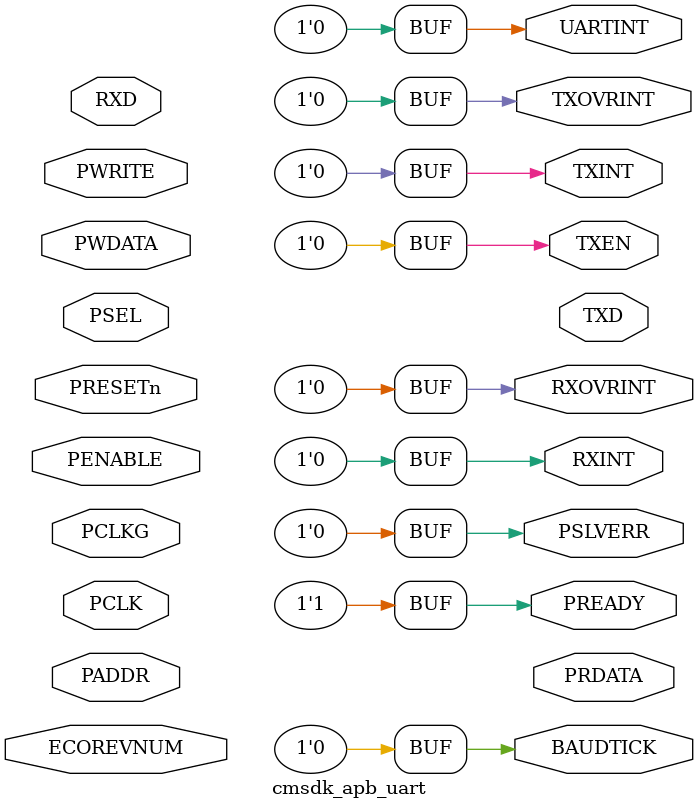
<source format=v>

module cmsdk_apb_uart (
// --------------------------------------------------------------------------
// Port Definitions
// --------------------------------------------------------------------------
  input  wire        PCLK,     // Clock
  input  wire        PCLKG,    // Gated Clock
  input  wire        PRESETn,  // Reset

  input  wire        PSEL,     // Device select
  input  wire [11:2] PADDR,    // Address
  input  wire        PENABLE,  // Transfer control
  input  wire        PWRITE,   // Write control
  input  wire [31:0] PWDATA,   // Write data

  input  wire [3:0]  ECOREVNUM,// Engineering-change-order revision bits

  output wire [31:0] PRDATA,   // Read data
  output wire        PREADY,   // Device ready
  output wire        PSLVERR,  // Device error response

  input  wire        RXD,      // Serial input
  output wire        TXD,      // Transmit data output
  output wire        TXEN,     // Transmit enabled
  output wire        BAUDTICK, // Baud rate (x16) Tick

  output wire        TXINT,    // Transmit Interrupt
  output wire        RXINT,    // Receive Interrupt
  output wire        TXOVRINT, // Transmit overrun Interrupt
  output wire        RXOVRINT, // Receive overrun Interrupt
  output wire        UARTINT); // Combined interrupt

  //Remove This Code
  assign PREADY = 1'b1;
  assign PSLVERR = 1'b0;
  assign TXEN = 1'b0;
  assign BAUDTICK = 1'b0;
  assign TXINT = 1'b0;
  assign RXINT = 1'b0;
  assign TXOVRINT = 1'b0;
  assign RXOVRINT = 1'b0;
  assign UARTINT = 1'b0;
  
endmodule

</source>
